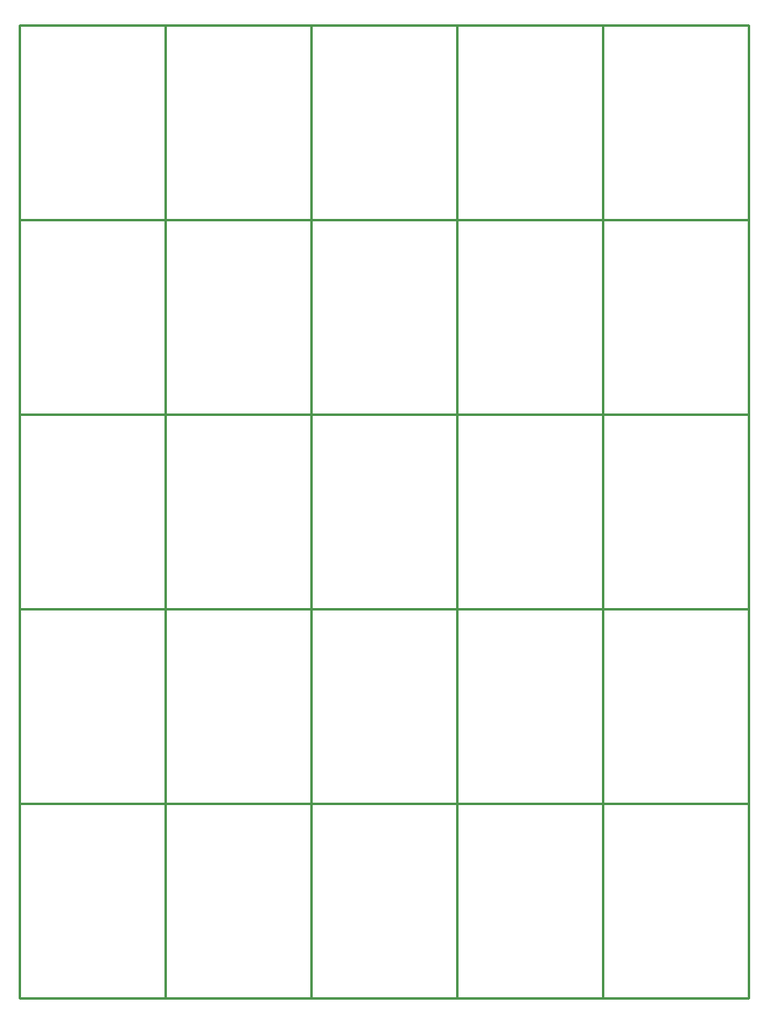
<source format=gbr>
G04 DipTrace 3.3.1.3*
G04 v-scoring.gbr*
%MOIN*%
G04 #@! TF.FileFunction,Drawing,v-scoring*
G04 #@! TF.Part,Single*
%ADD18C,0.01*%
%FSLAX26Y26*%
G04*
G70*
G90*
G75*
G01*
G04 v-scoring*
%LPD*%
X393700Y1193700D2*
D18*
X993700D1*
Y393700D1*
X393700D1*
Y1193700D1*
X993700D2*
X1593700D1*
Y393700D1*
X993700D1*
Y1193700D1*
X1593700D2*
X2193700D1*
Y393700D1*
X1593700D1*
Y1193700D1*
X2193700D2*
X2793700D1*
Y393700D1*
X2193700D1*
Y1193700D1*
X2793700D2*
X3393700D1*
Y393700D1*
X2793700D1*
Y1193700D1*
X393700Y1993700D2*
X993700D1*
Y1193700D1*
X393700D1*
Y1993700D1*
X993700D2*
X1593700D1*
Y1193700D1*
X993700D1*
Y1993700D1*
X1593700D2*
X2193700D1*
Y1193700D1*
X1593700D1*
Y1993700D1*
X2193700D2*
X2793700D1*
Y1193700D1*
X2193700D1*
Y1993700D1*
X2793700D2*
X3393700D1*
Y1193700D1*
X2793700D1*
Y1993700D1*
X393700Y2793700D2*
X993700D1*
Y1993700D1*
X393700D1*
Y2793700D1*
X993700D2*
X1593700D1*
Y1993700D1*
X993700D1*
Y2793700D1*
X1593700D2*
X2193700D1*
Y1993700D1*
X1593700D1*
Y2793700D1*
X2193700D2*
X2793700D1*
Y1993700D1*
X2193700D1*
Y2793700D1*
X2793700D2*
X3393700D1*
Y1993700D1*
X2793700D1*
Y2793700D1*
X393700Y3593700D2*
X993700D1*
Y2793700D1*
X393700D1*
Y3593700D1*
X993700D2*
X1593700D1*
Y2793700D1*
X993700D1*
Y3593700D1*
X1593700D2*
X2193700D1*
Y2793700D1*
X1593700D1*
Y3593700D1*
X2193700D2*
X2793700D1*
Y2793700D1*
X2193700D1*
Y3593700D1*
X2793700D2*
X3393700D1*
Y2793700D1*
X2793700D1*
Y3593700D1*
X393700Y4393700D2*
X993700D1*
Y3593700D1*
X393700D1*
Y4393700D1*
X993700D2*
X1593700D1*
Y3593700D1*
X993700D1*
Y4393700D1*
X1593700D2*
X2193700D1*
Y3593700D1*
X1593700D1*
Y4393700D1*
X2193700D2*
X2793700D1*
Y3593700D1*
X2193700D1*
Y4393700D1*
X2793700D2*
X3393700D1*
Y3593700D1*
X2793700D1*
Y4393700D1*
M02*

</source>
